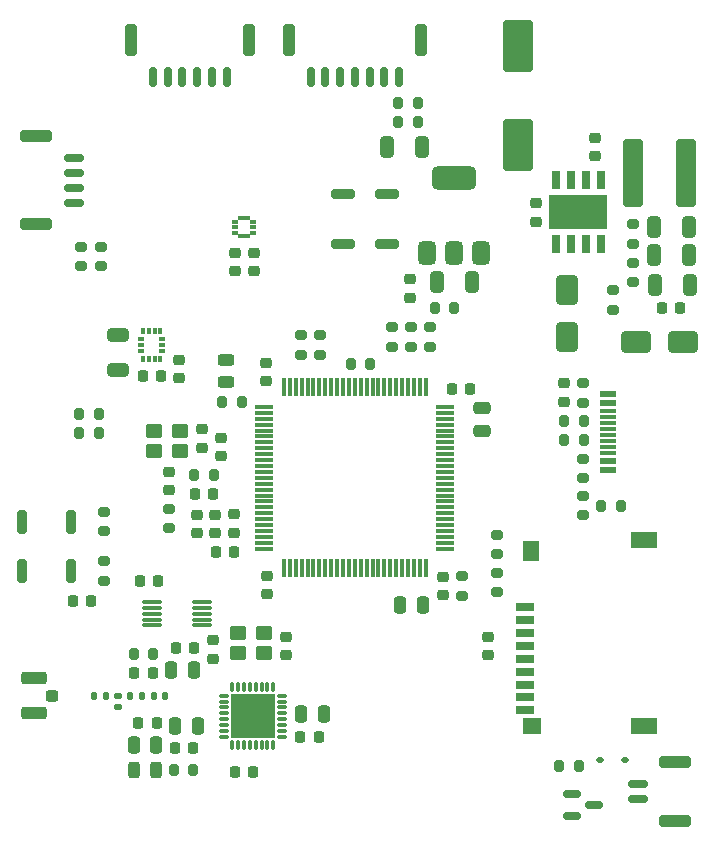
<source format=gbr>
%TF.GenerationSoftware,KiCad,Pcbnew,9.0.3*%
%TF.CreationDate,2025-09-14T01:16:20+07:00*%
%TF.ProjectId,CodeName0,436f6465-4e61-46d6-9530-2e6b69636164,rev?*%
%TF.SameCoordinates,Original*%
%TF.FileFunction,Paste,Top*%
%TF.FilePolarity,Positive*%
%FSLAX46Y46*%
G04 Gerber Fmt 4.6, Leading zero omitted, Abs format (unit mm)*
G04 Created by KiCad (PCBNEW 9.0.3) date 2025-09-14 01:16:20*
%MOMM*%
%LPD*%
G01*
G04 APERTURE LIST*
G04 Aperture macros list*
%AMRoundRect*
0 Rectangle with rounded corners*
0 $1 Rounding radius*
0 $2 $3 $4 $5 $6 $7 $8 $9 X,Y pos of 4 corners*
0 Add a 4 corners polygon primitive as box body*
4,1,4,$2,$3,$4,$5,$6,$7,$8,$9,$2,$3,0*
0 Add four circle primitives for the rounded corners*
1,1,$1+$1,$2,$3*
1,1,$1+$1,$4,$5*
1,1,$1+$1,$6,$7*
1,1,$1+$1,$8,$9*
0 Add four rect primitives between the rounded corners*
20,1,$1+$1,$2,$3,$4,$5,0*
20,1,$1+$1,$4,$5,$6,$7,0*
20,1,$1+$1,$6,$7,$8,$9,0*
20,1,$1+$1,$8,$9,$2,$3,0*%
G04 Aperture macros list end*
%ADD10C,0.010000*%
%ADD11RoundRect,0.250000X0.250000X0.475000X-0.250000X0.475000X-0.250000X-0.475000X0.250000X-0.475000X0*%
%ADD12RoundRect,0.200000X-0.200000X-0.275000X0.200000X-0.275000X0.200000X0.275000X-0.200000X0.275000X0*%
%ADD13RoundRect,0.225000X-0.250000X0.225000X-0.250000X-0.225000X0.250000X-0.225000X0.250000X0.225000X0*%
%ADD14RoundRect,0.225000X0.225000X0.250000X-0.225000X0.250000X-0.225000X-0.250000X0.225000X-0.250000X0*%
%ADD15RoundRect,0.200000X-0.275000X0.200000X-0.275000X-0.200000X0.275000X-0.200000X0.275000X0.200000X0*%
%ADD16RoundRect,0.250000X1.000000X0.650000X-1.000000X0.650000X-1.000000X-0.650000X1.000000X-0.650000X0*%
%ADD17RoundRect,0.225000X-0.225000X-0.250000X0.225000X-0.250000X0.225000X0.250000X-0.225000X0.250000X0*%
%ADD18RoundRect,0.250000X0.325000X0.650000X-0.325000X0.650000X-0.325000X-0.650000X0.325000X-0.650000X0*%
%ADD19RoundRect,0.200000X0.275000X-0.200000X0.275000X0.200000X-0.275000X0.200000X-0.275000X-0.200000X0*%
%ADD20RoundRect,0.250000X-0.325000X-0.650000X0.325000X-0.650000X0.325000X0.650000X-0.325000X0.650000X0*%
%ADD21RoundRect,0.218750X0.218750X0.256250X-0.218750X0.256250X-0.218750X-0.256250X0.218750X-0.256250X0*%
%ADD22RoundRect,0.250000X1.000000X-1.950000X1.000000X1.950000X-1.000000X1.950000X-1.000000X-1.950000X0*%
%ADD23RoundRect,0.200000X-0.800000X0.200000X-0.800000X-0.200000X0.800000X-0.200000X0.800000X0.200000X0*%
%ADD24RoundRect,0.243750X-0.243750X-0.456250X0.243750X-0.456250X0.243750X0.456250X-0.243750X0.456250X0*%
%ADD25RoundRect,0.140000X0.140000X0.170000X-0.140000X0.170000X-0.140000X-0.170000X0.140000X-0.170000X0*%
%ADD26RoundRect,0.218750X-0.256250X0.218750X-0.256250X-0.218750X0.256250X-0.218750X0.256250X0.218750X0*%
%ADD27RoundRect,0.200000X0.800000X-0.200000X0.800000X0.200000X-0.800000X0.200000X-0.800000X-0.200000X0*%
%ADD28RoundRect,0.250000X-0.600000X-2.600000X0.600000X-2.600000X0.600000X2.600000X-0.600000X2.600000X0*%
%ADD29RoundRect,0.218750X0.256250X-0.218750X0.256250X0.218750X-0.256250X0.218750X-0.256250X-0.218750X0*%
%ADD30R,1.600000X0.700000*%
%ADD31R,1.600000X1.400000*%
%ADD32R,2.200000X1.400000*%
%ADD33R,1.400000X1.800000*%
%ADD34RoundRect,0.225000X0.250000X-0.225000X0.250000X0.225000X-0.250000X0.225000X-0.250000X-0.225000X0*%
%ADD35RoundRect,0.250000X-0.450000X-0.350000X0.450000X-0.350000X0.450000X0.350000X-0.450000X0.350000X0*%
%ADD36RoundRect,0.375000X0.375000X-0.625000X0.375000X0.625000X-0.375000X0.625000X-0.375000X-0.625000X0*%
%ADD37RoundRect,0.500000X1.400000X-0.500000X1.400000X0.500000X-1.400000X0.500000X-1.400000X-0.500000X0*%
%ADD38RoundRect,0.140000X0.170000X-0.140000X0.170000X0.140000X-0.170000X0.140000X-0.170000X-0.140000X0*%
%ADD39RoundRect,0.150000X0.150000X0.700000X-0.150000X0.700000X-0.150000X-0.700000X0.150000X-0.700000X0*%
%ADD40RoundRect,0.250000X0.250000X1.100000X-0.250000X1.100000X-0.250000X-1.100000X0.250000X-1.100000X0*%
%ADD41R,1.450000X0.600000*%
%ADD42R,1.450000X0.300000*%
%ADD43RoundRect,0.200000X-0.200000X-0.800000X0.200000X-0.800000X0.200000X0.800000X-0.200000X0.800000X0*%
%ADD44RoundRect,0.150000X-0.700000X0.150000X-0.700000X-0.150000X0.700000X-0.150000X0.700000X0.150000X0*%
%ADD45RoundRect,0.250000X-1.100000X0.250000X-1.100000X-0.250000X1.100000X-0.250000X1.100000X0.250000X0*%
%ADD46RoundRect,0.250000X-0.250000X-0.475000X0.250000X-0.475000X0.250000X0.475000X-0.250000X0.475000X0*%
%ADD47RoundRect,0.030000X0.270000X-0.745000X0.270000X0.745000X-0.270000X0.745000X-0.270000X-0.745000X0*%
%ADD48R,4.900000X2.950000*%
%ADD49RoundRect,0.075000X-0.725000X-0.075000X0.725000X-0.075000X0.725000X0.075000X-0.725000X0.075000X0*%
%ADD50RoundRect,0.075000X-0.075000X-0.725000X0.075000X-0.725000X0.075000X0.725000X-0.075000X0.725000X0*%
%ADD51RoundRect,0.218750X-0.218750X-0.256250X0.218750X-0.256250X0.218750X0.256250X-0.218750X0.256250X0*%
%ADD52RoundRect,0.087500X-0.087500X0.207500X-0.087500X-0.207500X0.087500X-0.207500X0.087500X0.207500X0*%
%ADD53RoundRect,0.087500X-0.207500X0.087500X-0.207500X-0.087500X0.207500X-0.087500X0.207500X0.087500X0*%
%ADD54RoundRect,0.147500X-0.147500X-0.172500X0.147500X-0.172500X0.147500X0.172500X-0.147500X0.172500X0*%
%ADD55RoundRect,0.250000X0.650000X-0.325000X0.650000X0.325000X-0.650000X0.325000X-0.650000X-0.325000X0*%
%ADD56RoundRect,0.087500X-0.725000X-0.087500X0.725000X-0.087500X0.725000X0.087500X-0.725000X0.087500X0*%
%ADD57RoundRect,0.015750X-0.174250X0.159250X-0.174250X-0.159250X0.174250X-0.159250X0.174250X0.159250X0*%
%ADD58RoundRect,0.250000X0.275000X0.250000X-0.275000X0.250000X-0.275000X-0.250000X0.275000X-0.250000X0*%
%ADD59RoundRect,0.250000X0.850000X0.275000X-0.850000X0.275000X-0.850000X-0.275000X0.850000X-0.275000X0*%
%ADD60RoundRect,0.250000X-0.650000X1.000000X-0.650000X-1.000000X0.650000X-1.000000X0.650000X1.000000X0*%
%ADD61RoundRect,0.140000X-0.140000X-0.170000X0.140000X-0.170000X0.140000X0.170000X-0.140000X0.170000X0*%
%ADD62RoundRect,0.243750X-0.456250X0.243750X-0.456250X-0.243750X0.456250X-0.243750X0.456250X0.243750X0*%
%ADD63RoundRect,0.200000X0.200000X0.275000X-0.200000X0.275000X-0.200000X-0.275000X0.200000X-0.275000X0*%
%ADD64RoundRect,0.150000X-0.587500X-0.150000X0.587500X-0.150000X0.587500X0.150000X-0.587500X0.150000X0*%
%ADD65RoundRect,0.112500X0.187500X0.112500X-0.187500X0.112500X-0.187500X-0.112500X0.187500X-0.112500X0*%
%ADD66RoundRect,0.150000X0.700000X-0.150000X0.700000X0.150000X-0.700000X0.150000X-0.700000X-0.150000X0*%
%ADD67RoundRect,0.250000X1.100000X-0.250000X1.100000X0.250000X-1.100000X0.250000X-1.100000X-0.250000X0*%
%ADD68RoundRect,0.250000X-0.475000X0.250000X-0.475000X-0.250000X0.475000X-0.250000X0.475000X0.250000X0*%
%ADD69RoundRect,0.033750X-0.371250X-0.101250X0.371250X-0.101250X0.371250X0.101250X-0.371250X0.101250X0*%
%ADD70RoundRect,0.033750X-0.101250X-0.371250X0.101250X-0.371250X0.101250X0.371250X-0.101250X0.371250X0*%
%ADD71R,3.700000X3.700000*%
G04 APERTURE END LIST*
D10*
%TO.C,U6*%
X122520000Y-121365000D02*
X120180000Y-121365000D01*
X120180000Y-119025000D01*
X122520000Y-119025000D01*
X122520000Y-121365000D01*
G36*
X122520000Y-121365000D02*
G01*
X120180000Y-121365000D01*
X120180000Y-119025000D01*
X122520000Y-119025000D01*
X122520000Y-121365000D01*
G37*
%TD*%
D11*
%TO.C,C22*%
X135750000Y-110750000D03*
X133850000Y-110750000D03*
%TD*%
D12*
%TO.C,R24*%
X116425000Y-99750000D03*
X118075000Y-99750000D03*
%TD*%
D13*
%TO.C,C31*%
X121450000Y-80955000D03*
X121450000Y-82505000D03*
%TD*%
D14*
%TO.C,C35*%
X116312500Y-122850000D03*
X114762500Y-122850000D03*
%TD*%
D12*
%TO.C,R25*%
X129660000Y-90390000D03*
X131310000Y-90390000D03*
%TD*%
D15*
%TO.C,R26*%
X127050000Y-87950000D03*
X127050000Y-89600000D03*
%TD*%
D16*
%TO.C,D1*%
X157800000Y-88475000D03*
X153800000Y-88475000D03*
%TD*%
D12*
%TO.C,R11*%
X147750000Y-96800000D03*
X149400000Y-96800000D03*
%TD*%
D17*
%TO.C,C34*%
X119850000Y-124925000D03*
X121400000Y-124925000D03*
%TD*%
D18*
%TO.C,C10*%
X139887013Y-83438058D03*
X136937013Y-83438058D03*
%TD*%
D19*
%TO.C,R7*%
X108500000Y-82100000D03*
X108500000Y-80450000D03*
%TD*%
%TO.C,R15*%
X149300000Y-100050000D03*
X149300000Y-98400000D03*
%TD*%
D20*
%TO.C,C8*%
X155350000Y-78775000D03*
X158300000Y-78775000D03*
%TD*%
D15*
%TO.C,R1*%
X133125000Y-87250000D03*
X133125000Y-88900000D03*
%TD*%
D21*
%TO.C,FB3*%
X113225000Y-120750000D03*
X111650000Y-120750000D03*
%TD*%
D22*
%TO.C,C2*%
X143800000Y-71850000D03*
X143800000Y-63450000D03*
%TD*%
D17*
%TO.C,C28*%
X125400000Y-121950000D03*
X126950000Y-121950000D03*
%TD*%
D20*
%TO.C,C5*%
X155400000Y-83675000D03*
X158350000Y-83675000D03*
%TD*%
D23*
%TO.C,SW2*%
X129000000Y-76000000D03*
X129000000Y-80200000D03*
%TD*%
D24*
%TO.C,D4*%
X111312500Y-124725000D03*
X113187500Y-124725000D03*
%TD*%
D19*
%TO.C,R29*%
X108750000Y-104525000D03*
X108750000Y-102875000D03*
%TD*%
D20*
%TO.C,C6*%
X155350000Y-81175000D03*
X158300000Y-81175000D03*
%TD*%
D25*
%TO.C,C38*%
X108900000Y-118450000D03*
X107940000Y-118450000D03*
%TD*%
D12*
%TO.C,R23*%
X136750000Y-85600000D03*
X138400000Y-85600000D03*
%TD*%
D17*
%TO.C,C37*%
X106125000Y-110450000D03*
X107675000Y-110450000D03*
%TD*%
D26*
%TO.C,D6*%
X134700000Y-83200000D03*
X134700000Y-84775000D03*
%TD*%
D19*
%TO.C,R28*%
X139100000Y-110000000D03*
X139100000Y-108350000D03*
%TD*%
D13*
%TO.C,C1*%
X141250000Y-113450000D03*
X141250000Y-115000000D03*
%TD*%
D27*
%TO.C,SW1*%
X132750000Y-80200000D03*
X132750000Y-76000000D03*
%TD*%
D26*
%TO.C,FB2*%
X119775000Y-103100000D03*
X119775000Y-104675000D03*
%TD*%
D19*
%TO.C,R13*%
X136325000Y-88895000D03*
X136325000Y-87245000D03*
%TD*%
D28*
%TO.C,L1*%
X153550000Y-74225000D03*
X158050000Y-74225000D03*
%TD*%
D11*
%TO.C,C33*%
X113162500Y-122600000D03*
X111262500Y-122600000D03*
%TD*%
D29*
%TO.C,FB1*%
X147700000Y-93575000D03*
X147700000Y-92000000D03*
%TD*%
D30*
%TO.C,J5*%
X144400000Y-110900000D03*
X144400000Y-112000000D03*
X144400000Y-113100000D03*
X144400000Y-114200000D03*
X144400000Y-115300000D03*
X144400000Y-116400000D03*
X144400000Y-117500000D03*
X144400000Y-118600000D03*
X144400000Y-119700000D03*
D31*
X145000000Y-121000000D03*
D32*
X154500000Y-121000000D03*
D33*
X144900000Y-106200000D03*
D32*
X154500000Y-105300000D03*
%TD*%
D12*
%TO.C,R32*%
X114687500Y-124700000D03*
X116337500Y-124700000D03*
%TD*%
D34*
%TO.C,C3*%
X150300000Y-72775000D03*
X150300000Y-71225000D03*
%TD*%
%TO.C,C21*%
X116600000Y-104675000D03*
X116600000Y-103125000D03*
%TD*%
D35*
%TO.C,Y1*%
X113000000Y-97750000D03*
X115200000Y-97750000D03*
X115200000Y-96050000D03*
X113000000Y-96050000D03*
%TD*%
D36*
%TO.C,U2*%
X136087013Y-80938058D03*
X138387013Y-80938058D03*
D37*
X138387013Y-74638058D03*
D36*
X140687013Y-80938058D03*
%TD*%
D34*
%TO.C,C15*%
X122600000Y-109850000D03*
X122600000Y-108300000D03*
%TD*%
D12*
%TO.C,R22*%
X147325000Y-124400000D03*
X148975000Y-124400000D03*
%TD*%
D38*
%TO.C,C42*%
X109950000Y-119410000D03*
X109950000Y-118450000D03*
%TD*%
D39*
%TO.C,J2*%
X133750000Y-66100000D03*
X132500000Y-66100000D03*
X131250000Y-66100000D03*
X130000000Y-66100000D03*
X128750000Y-66100000D03*
X127500000Y-66100000D03*
X126250000Y-66100000D03*
D40*
X135600000Y-62900000D03*
X124400000Y-62900000D03*
%TD*%
D34*
%TO.C,C27*%
X115105000Y-91545000D03*
X115105000Y-89995000D03*
%TD*%
D15*
%TO.C,R16*%
X149300000Y-92000000D03*
X149300000Y-93650000D03*
%TD*%
D11*
%TO.C,C25*%
X116700000Y-121000000D03*
X114800000Y-121000000D03*
%TD*%
D41*
%TO.C,J3*%
X151405000Y-99370000D03*
X151405000Y-98570000D03*
D42*
X151405000Y-97370000D03*
X151405000Y-96370000D03*
X151405000Y-95870000D03*
X151405000Y-94870000D03*
D41*
X151405000Y-93670000D03*
X151405000Y-92870000D03*
X151405000Y-92870000D03*
X151405000Y-93670000D03*
D42*
X151405000Y-94370000D03*
X151405000Y-95370000D03*
X151405000Y-96870000D03*
X151405000Y-97870000D03*
D41*
X151405000Y-98570000D03*
X151405000Y-99370000D03*
%TD*%
D13*
%TO.C,C41*%
X124200000Y-113450000D03*
X124200000Y-115000000D03*
%TD*%
D43*
%TO.C,SW4*%
X101800000Y-107900000D03*
X106000000Y-107900000D03*
%TD*%
D15*
%TO.C,R4*%
X142050000Y-108050000D03*
X142050000Y-109700000D03*
%TD*%
D44*
%TO.C,J4*%
X106200000Y-72950000D03*
X106200000Y-74200000D03*
X106200000Y-75450000D03*
X106200000Y-76700000D03*
D45*
X103000000Y-71100000D03*
X103000000Y-78550000D03*
%TD*%
D39*
%TO.C,J6*%
X119150000Y-66100000D03*
X117900000Y-66100000D03*
X116650000Y-66100000D03*
X115400000Y-66100000D03*
X114150000Y-66100000D03*
X112900000Y-66100000D03*
D40*
X121000000Y-62900000D03*
X111050000Y-62900000D03*
%TD*%
D15*
%TO.C,R21*%
X108750000Y-107075000D03*
X108750000Y-108725000D03*
%TD*%
D46*
%TO.C,C24*%
X114475000Y-116250000D03*
X116375000Y-116250000D03*
%TD*%
D12*
%TO.C,R30*%
X106650000Y-96200000D03*
X108300000Y-96200000D03*
%TD*%
D17*
%TO.C,C39*%
X111825000Y-108700000D03*
X113375000Y-108700000D03*
%TD*%
D47*
%TO.C,U1*%
X146995000Y-80175000D03*
X148265000Y-80175000D03*
X149535000Y-80175000D03*
X150805000Y-80175000D03*
X150805000Y-74775000D03*
X149535000Y-74775000D03*
X148265000Y-74775000D03*
X146995000Y-74775000D03*
D48*
X148900000Y-77475000D03*
%TD*%
D49*
%TO.C,U3*%
X122325000Y-94000000D03*
X122325000Y-94500000D03*
X122325000Y-95000000D03*
X122325000Y-95500000D03*
X122325000Y-96000000D03*
X122325000Y-96500000D03*
X122325000Y-97000000D03*
X122325000Y-97500000D03*
X122325000Y-98000000D03*
X122325000Y-98500000D03*
X122325000Y-99000000D03*
X122325000Y-99500000D03*
X122325000Y-100000000D03*
X122325000Y-100500000D03*
X122325000Y-101000000D03*
X122325000Y-101500000D03*
X122325000Y-102000000D03*
X122325000Y-102500000D03*
X122325000Y-103000000D03*
X122325000Y-103500000D03*
X122325000Y-104000000D03*
X122325000Y-104500000D03*
X122325000Y-105000000D03*
X122325000Y-105500000D03*
X122325000Y-106000000D03*
D50*
X124000000Y-107675000D03*
X124500000Y-107675000D03*
X125000000Y-107675000D03*
X125500000Y-107675000D03*
X126000000Y-107675000D03*
X126500000Y-107675000D03*
X127000000Y-107675000D03*
X127500000Y-107675000D03*
X128000000Y-107675000D03*
X128500000Y-107675000D03*
X129000000Y-107675000D03*
X129500000Y-107675000D03*
X130000000Y-107675000D03*
X130500000Y-107675000D03*
X131000000Y-107675000D03*
X131500000Y-107675000D03*
X132000000Y-107675000D03*
X132500000Y-107675000D03*
X133000000Y-107675000D03*
X133500000Y-107675000D03*
X134000000Y-107675000D03*
X134500000Y-107675000D03*
X135000000Y-107675000D03*
X135500000Y-107675000D03*
X136000000Y-107675000D03*
D49*
X137675000Y-106000000D03*
X137675000Y-105500000D03*
X137675000Y-105000000D03*
X137675000Y-104500000D03*
X137675000Y-104000000D03*
X137675000Y-103500000D03*
X137675000Y-103000000D03*
X137675000Y-102500000D03*
X137675000Y-102000000D03*
X137675000Y-101500000D03*
X137675000Y-101000000D03*
X137675000Y-100500000D03*
X137675000Y-100000000D03*
X137675000Y-99500000D03*
X137675000Y-99000000D03*
X137675000Y-98500000D03*
X137675000Y-98000000D03*
X137675000Y-97500000D03*
X137675000Y-97000000D03*
X137675000Y-96500000D03*
X137675000Y-96000000D03*
X137675000Y-95500000D03*
X137675000Y-95000000D03*
X137675000Y-94500000D03*
X137675000Y-94000000D03*
D50*
X136000000Y-92325000D03*
X135500000Y-92325000D03*
X135000000Y-92325000D03*
X134500000Y-92325000D03*
X134000000Y-92325000D03*
X133500000Y-92325000D03*
X133000000Y-92325000D03*
X132500000Y-92325000D03*
X132000000Y-92325000D03*
X131500000Y-92325000D03*
X131000000Y-92325000D03*
X130500000Y-92325000D03*
X130000000Y-92325000D03*
X129500000Y-92325000D03*
X129000000Y-92325000D03*
X128500000Y-92325000D03*
X128000000Y-92325000D03*
X127500000Y-92325000D03*
X127000000Y-92325000D03*
X126500000Y-92325000D03*
X126000000Y-92325000D03*
X125500000Y-92325000D03*
X125000000Y-92325000D03*
X124500000Y-92325000D03*
X124000000Y-92325000D03*
%TD*%
D35*
%TO.C,Y2*%
X120100000Y-114850000D03*
X122300000Y-114850000D03*
X122300000Y-113150000D03*
X120100000Y-113150000D03*
%TD*%
D46*
%TO.C,C36*%
X125450000Y-120025000D03*
X127350000Y-120025000D03*
%TD*%
D34*
%TO.C,C20*%
X118175000Y-104675000D03*
X118175000Y-103125000D03*
%TD*%
D51*
%TO.C,D7*%
X111325000Y-116500000D03*
X112900000Y-116500000D03*
%TD*%
D52*
%TO.C,U4*%
X113540000Y-87605000D03*
X113040000Y-87605000D03*
X112540000Y-87605000D03*
X112040000Y-87605000D03*
D53*
X111875000Y-88270000D03*
X111875000Y-88770000D03*
X111875000Y-89270000D03*
D52*
X112040000Y-89935000D03*
X112540000Y-89935000D03*
X113040000Y-89935000D03*
X113540000Y-89935000D03*
D53*
X113705000Y-89270000D03*
X113705000Y-88770000D03*
X113705000Y-88270000D03*
%TD*%
D14*
%TO.C,C29*%
X113580000Y-91370000D03*
X112030000Y-91370000D03*
%TD*%
D13*
%TO.C,C13*%
X114250000Y-99500000D03*
X114250000Y-101050000D03*
%TD*%
D54*
%TO.C,L2*%
X110980000Y-118450000D03*
X111950000Y-118450000D03*
%TD*%
D55*
%TO.C,C32*%
X109955000Y-90870000D03*
X109955000Y-87920000D03*
%TD*%
D56*
%TO.C,U7*%
X112837500Y-110500000D03*
X112837500Y-111000000D03*
X112837500Y-111500000D03*
X112837500Y-112000000D03*
X112837500Y-112500000D03*
X117062500Y-112500000D03*
X117062500Y-112000000D03*
X117062500Y-111500000D03*
X117062500Y-111000000D03*
X117062500Y-110500000D03*
%TD*%
D15*
%TO.C,R3*%
X153550000Y-81775000D03*
X153550000Y-83425000D03*
%TD*%
D57*
%TO.C,U5*%
X120865000Y-78035000D03*
X120365000Y-78035000D03*
X119850000Y-78300000D03*
X119850000Y-78800000D03*
X119850000Y-79300000D03*
X120365000Y-79565000D03*
X120865000Y-79565000D03*
X121380000Y-79300000D03*
X121380000Y-78800000D03*
X121380000Y-78300000D03*
%TD*%
D58*
%TO.C,J8*%
X104325000Y-118460000D03*
D59*
X102800000Y-119935000D03*
X102800000Y-116985000D03*
%TD*%
D34*
%TO.C,C17*%
X122500000Y-91800000D03*
X122500000Y-90250000D03*
%TD*%
D60*
%TO.C,D2*%
X148000000Y-84100000D03*
X148000000Y-88100000D03*
%TD*%
D34*
%TO.C,C40*%
X118000000Y-115300000D03*
X118000000Y-113750000D03*
%TD*%
D61*
%TO.C,C43*%
X112990000Y-118450000D03*
X113950000Y-118450000D03*
%TD*%
D19*
%TO.C,R5*%
X151850000Y-85750000D03*
X151850000Y-84100000D03*
%TD*%
D62*
%TO.C,D3*%
X119100000Y-90000000D03*
X119100000Y-91875000D03*
%TD*%
D19*
%TO.C,R19*%
X149300000Y-103150000D03*
X149300000Y-101500000D03*
%TD*%
D43*
%TO.C,SW3*%
X101800000Y-103700000D03*
X106000000Y-103700000D03*
%TD*%
D19*
%TO.C,R2*%
X153550000Y-80175000D03*
X153550000Y-78525000D03*
%TD*%
D15*
%TO.C,R27*%
X125440000Y-87950000D03*
X125440000Y-89600000D03*
%TD*%
D34*
%TO.C,C9*%
X145350000Y-78300000D03*
X145350000Y-76750000D03*
%TD*%
D63*
%TO.C,R31*%
X108300000Y-94600000D03*
X106650000Y-94600000D03*
%TD*%
D15*
%TO.C,R6*%
X106800000Y-80450000D03*
X106800000Y-82100000D03*
%TD*%
D14*
%TO.C,C7*%
X119800000Y-106250000D03*
X118250000Y-106250000D03*
%TD*%
D17*
%TO.C,C4*%
X156000000Y-85650000D03*
X157550000Y-85650000D03*
%TD*%
D64*
%TO.C,Q1*%
X148350000Y-126750000D03*
X148350000Y-128650000D03*
X150225000Y-127700000D03*
%TD*%
D65*
%TO.C,D5*%
X152850000Y-123850000D03*
X150750000Y-123850000D03*
%TD*%
D15*
%TO.C,R8*%
X142050000Y-104800000D03*
X142050000Y-106450000D03*
%TD*%
%TO.C,R9*%
X114300000Y-102600000D03*
X114300000Y-104250000D03*
%TD*%
D34*
%TO.C,C14*%
X117100000Y-97450000D03*
X117100000Y-95900000D03*
%TD*%
D17*
%TO.C,C12*%
X138225000Y-92500000D03*
X139775000Y-92500000D03*
%TD*%
D18*
%TO.C,C16*%
X135700000Y-72000000D03*
X132750000Y-72000000D03*
%TD*%
D19*
%TO.C,R10*%
X134725000Y-88900000D03*
X134725000Y-87250000D03*
%TD*%
D34*
%TO.C,C11*%
X118700000Y-98150000D03*
X118700000Y-96600000D03*
%TD*%
D12*
%TO.C,R33*%
X111275000Y-114900000D03*
X112925000Y-114900000D03*
%TD*%
D63*
%TO.C,R17*%
X135325000Y-68300000D03*
X133675000Y-68300000D03*
%TD*%
D17*
%TO.C,C19*%
X116450000Y-101400000D03*
X118000000Y-101400000D03*
%TD*%
D66*
%TO.C,J7*%
X153950000Y-127200000D03*
X153950000Y-125950000D03*
D67*
X157150000Y-129050000D03*
X157150000Y-124100000D03*
%TD*%
D12*
%TO.C,R20*%
X118775000Y-93600000D03*
X120425000Y-93600000D03*
%TD*%
D63*
%TO.C,R18*%
X135325000Y-69900000D03*
X133675000Y-69900000D03*
%TD*%
D13*
%TO.C,C18*%
X137500000Y-108400000D03*
X137500000Y-109950000D03*
%TD*%
D12*
%TO.C,R12*%
X147750000Y-95200000D03*
X149400000Y-95200000D03*
%TD*%
D68*
%TO.C,C23*%
X140750000Y-94100000D03*
X140750000Y-96000000D03*
%TD*%
D13*
%TO.C,C30*%
X119880000Y-80955000D03*
X119880000Y-82505000D03*
%TD*%
D69*
%TO.C,U6*%
X118905000Y-118445000D03*
X118905000Y-118945000D03*
X118905000Y-119445000D03*
X118905000Y-119945000D03*
X118905000Y-120445000D03*
X118905000Y-120945000D03*
X118905000Y-121445000D03*
X118905000Y-121945000D03*
D70*
X119600000Y-122640000D03*
X120100000Y-122640000D03*
X120600000Y-122640000D03*
X121100000Y-122640000D03*
X121600000Y-122640000D03*
X122100000Y-122640000D03*
X122600000Y-122640000D03*
X123100000Y-122640000D03*
D69*
X123795000Y-121945000D03*
X123795000Y-121445000D03*
X123795000Y-120945000D03*
X123795000Y-120445000D03*
X123795000Y-119945000D03*
X123795000Y-119445000D03*
X123795000Y-118945000D03*
X123795000Y-118445000D03*
D70*
X123100000Y-117750000D03*
X122600000Y-117750000D03*
X122100000Y-117750000D03*
X121600000Y-117750000D03*
X121100000Y-117750000D03*
X120600000Y-117750000D03*
X120100000Y-117750000D03*
X119600000Y-117750000D03*
D71*
X121350000Y-120195000D03*
%TD*%
D12*
%TO.C,R14*%
X150850000Y-102400000D03*
X152500000Y-102400000D03*
%TD*%
D17*
%TO.C,C26*%
X114850000Y-114375000D03*
X116400000Y-114375000D03*
%TD*%
M02*

</source>
